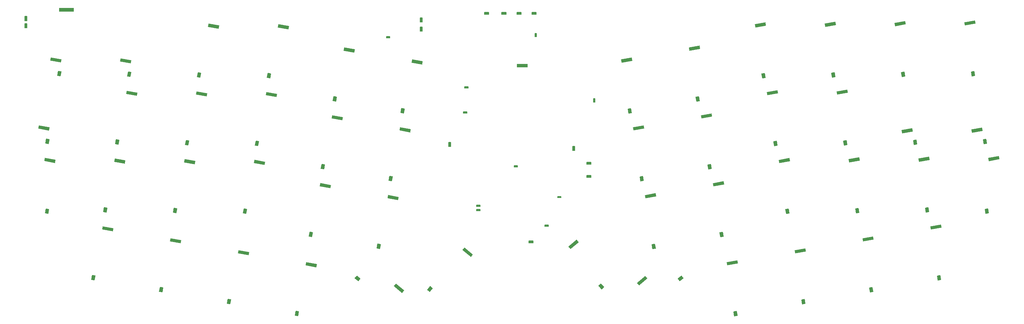
<source format=gbr>
G04 #@! TF.GenerationSoftware,KiCad,Pcbnew,(6.0.0-rc1-dev-1469-g932b9a334)*
G04 #@! TF.CreationDate,2019-08-07T07:36:24-07:00
G04 #@! TF.ProjectId,Laptreus-v2,4c617074-7265-4757-932d-76322e6b6963,rev?*
G04 #@! TF.SameCoordinates,Original*
G04 #@! TF.FileFunction,Glue,Top*
G04 #@! TF.FilePolarity,Positive*
%FSLAX46Y46*%
G04 Gerber Fmt 4.6, Leading zero omitted, Abs format (unit mm)*
G04 Created by KiCad (PCBNEW (6.0.0-rc1-dev-1469-g932b9a334)) date Wednesday, August 07, 2019 at 07:36:24 AM*
%MOMM*%
%LPD*%
G04 APERTURE LIST*
%ADD10C,0.100000*%
%ADD11C,0.150000*%
G04 APERTURE END LIST*
D10*
G04 #@! TO.C,SW11*
G36*
X126446142Y-87918060D02*
G01*
X126602425Y-87031733D01*
X123648002Y-86510789D01*
X123491718Y-87397116D01*
X126446142Y-87918060D01*
G37*
G04 #@! TO.C,J1*
G36*
X110662086Y-73556327D02*
G01*
X106662086Y-73556327D01*
X106662086Y-72556327D01*
X110662086Y-72556327D01*
X110662086Y-73556327D01*
G37*
G04 #@! TO.C,SW12*
G36*
X107123497Y-87690730D02*
G01*
X107279780Y-86804403D01*
X104325357Y-86283459D01*
X104169073Y-87169786D01*
X107123497Y-87690730D01*
G37*
G04 #@! TO.C,SW47*
G36*
X137459286Y-136315743D02*
G01*
X137303003Y-137202070D01*
X140257426Y-137723014D01*
X140413710Y-136836687D01*
X137459286Y-136315743D01*
G37*
G04 #@! TO.C,SW24*
G36*
X103826224Y-106497414D02*
G01*
X103982507Y-105611087D01*
X101028084Y-105090143D01*
X100871800Y-105976470D01*
X103826224Y-106497414D01*
G37*
G04 #@! TO.C,SW_RESET2*
G36*
X233211772Y-88094688D02*
G01*
X233211772Y-88994688D01*
X236211772Y-88994688D01*
X236211772Y-88094688D01*
X233211772Y-88094688D01*
G37*
G04 #@! TO.C,SW1*
G36*
X356910090Y-76552593D02*
G01*
X357066374Y-77438920D01*
X360020797Y-76917975D01*
X359864513Y-76031648D01*
X356910090Y-76552593D01*
G37*
G04 #@! TO.C,SW2*
G36*
X337598171Y-76733826D02*
G01*
X337754455Y-77620153D01*
X340708878Y-77099208D01*
X340552594Y-76212881D01*
X337598171Y-76733826D01*
G37*
G04 #@! TO.C,SW3*
G36*
X318286250Y-76915060D02*
G01*
X318442534Y-77801387D01*
X321396957Y-77280442D01*
X321240673Y-76394115D01*
X318286250Y-76915060D01*
G37*
G04 #@! TO.C,SW4*
G36*
X298974329Y-77096293D02*
G01*
X299130613Y-77982620D01*
X302085036Y-77461675D01*
X301928752Y-76575348D01*
X298974329Y-77096293D01*
G37*
G04 #@! TO.C,SW5*
G36*
X280765076Y-83531055D02*
G01*
X280921360Y-84417382D01*
X283875783Y-83896437D01*
X283719499Y-83010110D01*
X280765076Y-83531055D01*
G37*
G04 #@! TO.C,SW6*
G36*
X262004487Y-86839052D02*
G01*
X262160771Y-87725379D01*
X265115194Y-87204434D01*
X264958910Y-86318107D01*
X262004487Y-86839052D01*
G37*
G04 #@! TO.C,SW7*
G36*
X204216376Y-86831207D02*
G01*
X204060093Y-87717534D01*
X207014516Y-88238478D01*
X207170800Y-87352151D01*
X204216376Y-86831207D01*
G37*
G04 #@! TO.C,SW8*
G36*
X185455788Y-83523210D02*
G01*
X185299505Y-84409537D01*
X188253928Y-84930481D01*
X188410212Y-84044154D01*
X185455788Y-83523210D01*
G37*
G04 #@! TO.C,SW9*
G36*
X167246533Y-77088448D02*
G01*
X167090250Y-77974775D01*
X170044673Y-78495719D01*
X170200957Y-77609392D01*
X167246533Y-77088448D01*
G37*
G04 #@! TO.C,SW10*
G36*
X147934614Y-76907214D02*
G01*
X147778331Y-77793541D01*
X150732754Y-78314485D01*
X150889038Y-77428158D01*
X147934614Y-76907214D01*
G37*
G04 #@! TO.C,SW13*
G36*
X362000718Y-106574720D02*
G01*
X361844434Y-105688393D01*
X358890011Y-106209338D01*
X359046295Y-107095665D01*
X362000718Y-106574720D01*
G37*
G04 #@! TO.C,SW14*
G36*
X342688796Y-106755951D02*
G01*
X342532512Y-105869624D01*
X339578089Y-106390569D01*
X339734373Y-107276896D01*
X342688796Y-106755951D01*
G37*
G04 #@! TO.C,SW15*
G36*
X321594249Y-95675646D02*
G01*
X321750533Y-96561973D01*
X324704956Y-96041028D01*
X324548672Y-95154701D01*
X321594249Y-95675646D01*
G37*
G04 #@! TO.C,SW16*
G36*
X302282327Y-95856880D02*
G01*
X302438611Y-96743207D01*
X305393034Y-96222262D01*
X305236750Y-95335935D01*
X302282327Y-95856880D01*
G37*
G04 #@! TO.C,SW17*
G36*
X284073072Y-102291643D02*
G01*
X284229356Y-103177970D01*
X287183779Y-102657025D01*
X287027495Y-101770698D01*
X284073072Y-102291643D01*
G37*
G04 #@! TO.C,SW18*
G36*
X265312485Y-105599641D02*
G01*
X265468769Y-106485968D01*
X268423192Y-105965023D01*
X268266908Y-105078696D01*
X265312485Y-105599641D01*
G37*
G04 #@! TO.C,SW19*
G36*
X200908378Y-105591795D02*
G01*
X200752095Y-106478122D01*
X203706518Y-106999066D01*
X203862802Y-106112739D01*
X200908378Y-105591795D01*
G37*
G04 #@! TO.C,SW20*
G36*
X182147792Y-102283796D02*
G01*
X181991509Y-103170123D01*
X184945932Y-103691067D01*
X185102216Y-102804740D01*
X182147792Y-102283796D01*
G37*
G04 #@! TO.C,SW21*
G36*
X163938536Y-95849036D02*
G01*
X163782253Y-96735363D01*
X166736676Y-97256307D01*
X166892960Y-96369980D01*
X163938536Y-95849036D01*
G37*
G04 #@! TO.C,SW22*
G36*
X144626617Y-95667801D02*
G01*
X144470334Y-96554128D01*
X147424757Y-97075072D01*
X147581041Y-96188745D01*
X144626617Y-95667801D01*
G37*
G04 #@! TO.C,SW23*
G36*
X125314694Y-95486569D02*
G01*
X125158411Y-96372896D01*
X128112834Y-96893840D01*
X128269118Y-96007513D01*
X125314694Y-95486569D01*
G37*
G04 #@! TO.C,SW25*
G36*
X363526090Y-114073768D02*
G01*
X363682374Y-114960095D01*
X366636797Y-114439150D01*
X366480513Y-113552823D01*
X363526090Y-114073768D01*
G37*
G04 #@! TO.C,SW26*
G36*
X344214166Y-114255002D02*
G01*
X344370450Y-115141329D01*
X347324873Y-114620384D01*
X347168589Y-113734057D01*
X344214166Y-114255002D01*
G37*
G04 #@! TO.C,SW27*
G36*
X324902245Y-114436235D02*
G01*
X325058529Y-115322562D01*
X328012952Y-114801617D01*
X327856668Y-113915290D01*
X324902245Y-114436235D01*
G37*
G04 #@! TO.C,SW28*
G36*
X305590327Y-114617468D02*
G01*
X305746611Y-115503795D01*
X308701034Y-114982850D01*
X308544750Y-114096523D01*
X305590327Y-114617468D01*
G37*
G04 #@! TO.C,SW29*
G36*
X287381071Y-121052230D02*
G01*
X287537355Y-121938557D01*
X290491778Y-121417612D01*
X290335494Y-120531285D01*
X287381071Y-121052230D01*
G37*
G04 #@! TO.C,SW30*
G36*
X268620482Y-124360227D02*
G01*
X268776766Y-125246554D01*
X271731189Y-124725609D01*
X271574905Y-123839282D01*
X268620482Y-124360227D01*
G37*
G04 #@! TO.C,SW31*
G36*
X197600380Y-124352384D02*
G01*
X197444097Y-125238711D01*
X200398520Y-125759655D01*
X200554804Y-124873328D01*
X197600380Y-124352384D01*
G37*
G04 #@! TO.C,SW32*
G36*
X178839794Y-121044386D02*
G01*
X178683511Y-121930713D01*
X181637934Y-122451657D01*
X181794218Y-121565330D01*
X178839794Y-121044386D01*
G37*
G04 #@! TO.C,SW33*
G36*
X160630537Y-114609623D02*
G01*
X160474254Y-115495950D01*
X163428677Y-116016894D01*
X163584961Y-115130567D01*
X160630537Y-114609623D01*
G37*
G04 #@! TO.C,SW34*
G36*
X141318617Y-114428390D02*
G01*
X141162334Y-115314717D01*
X144116757Y-115835661D01*
X144273041Y-114949334D01*
X141318617Y-114428390D01*
G37*
G04 #@! TO.C,SW37*
G36*
X347522164Y-133015590D02*
G01*
X347678448Y-133901917D01*
X350632871Y-133380972D01*
X350476587Y-132494645D01*
X347522164Y-133015590D01*
G37*
G04 #@! TO.C,SW38*
G36*
X328761577Y-136323587D02*
G01*
X328917861Y-137209914D01*
X331872284Y-136688969D01*
X331716000Y-135802642D01*
X328761577Y-136323587D01*
G37*
G04 #@! TO.C,SW39*
G36*
X310000989Y-139631584D02*
G01*
X310157273Y-140517911D01*
X313111696Y-139996966D01*
X312955412Y-139110639D01*
X310000989Y-139631584D01*
G37*
G04 #@! TO.C,SW40*
G36*
X291240404Y-142939582D02*
G01*
X291396688Y-143825909D01*
X294351111Y-143304964D01*
X294194827Y-142418637D01*
X291240404Y-142939582D01*
G37*
G04 #@! TO.C,SW41*
G36*
X266424708Y-148702767D02*
G01*
X267003217Y-149392207D01*
X269301350Y-147463844D01*
X268722841Y-146774404D01*
X266424708Y-148702767D01*
G37*
G04 #@! TO.C,SW42*
G36*
X247424302Y-138637958D02*
G01*
X248002811Y-139327398D01*
X250300944Y-137399035D01*
X249722435Y-136709595D01*
X247424302Y-138637958D01*
G37*
G04 #@! TO.C,SW44*
G36*
X199752479Y-148829307D02*
G01*
X199173970Y-149518747D01*
X201472103Y-151447110D01*
X202050612Y-150757670D01*
X199752479Y-148829307D01*
G37*
G04 #@! TO.C,SW45*
G36*
X174980462Y-142931738D02*
G01*
X174824179Y-143818065D01*
X177778602Y-144339009D01*
X177934886Y-143452682D01*
X174980462Y-142931738D01*
G37*
G04 #@! TO.C,SW46*
G36*
X156219875Y-139623740D02*
G01*
X156063592Y-140510067D01*
X159018015Y-141031011D01*
X159174299Y-140144684D01*
X156219875Y-139623740D01*
G37*
G04 #@! TO.C,SW43*
G36*
X218752522Y-138862979D02*
G01*
X218174013Y-139552419D01*
X220472146Y-141480782D01*
X221050655Y-140791342D01*
X218752522Y-138862979D01*
G37*
G04 #@! TO.C,SW36*
G36*
X102694778Y-114065923D02*
G01*
X102538495Y-114952250D01*
X105492918Y-115473194D01*
X105649202Y-114586867D01*
X102694778Y-114065923D01*
G37*
G04 #@! TO.C,SW48*
G36*
X118698699Y-133007744D02*
G01*
X118542416Y-133894071D01*
X121496839Y-134415015D01*
X121653123Y-133528688D01*
X118698699Y-133007744D01*
G37*
G04 #@! TO.C,SW35*
G36*
X122006697Y-114247158D02*
G01*
X121850414Y-115133485D01*
X124804837Y-115654429D01*
X124961121Y-114768102D01*
X122006697Y-114247158D01*
G37*
D11*
G04 #@! TO.C,R13*
G36*
X230208295Y-73747334D02*
G01*
X230208295Y-74347334D01*
X229008295Y-74347334D01*
X229008295Y-73747334D01*
X230208295Y-73747334D01*
G37*
X230208295Y-73747334D02*
X230208295Y-74347334D01*
X229008295Y-74347334D01*
X229008295Y-73747334D01*
X230208295Y-73747334D01*
G04 #@! TO.C,R2*
G36*
X214936772Y-110919689D02*
G01*
X214336772Y-110919689D01*
X214336772Y-109719689D01*
X214936772Y-109719689D01*
X214936772Y-110919689D01*
G37*
X214936772Y-110919689D02*
X214336772Y-110919689D01*
X214336772Y-109719689D01*
X214936772Y-109719689D01*
X214936772Y-110919689D01*
G04 #@! TO.C,R7*
G36*
X237358293Y-74372332D02*
G01*
X237358293Y-73772332D01*
X238558293Y-73772332D01*
X238558293Y-74372332D01*
X237358293Y-74372332D01*
G37*
X237358293Y-74372332D02*
X237358293Y-73772332D01*
X238558293Y-73772332D01*
X238558293Y-74372332D01*
X237358293Y-74372332D01*
G04 #@! TO.C,R6*
G36*
X233208295Y-74347334D02*
G01*
X233208295Y-73747334D01*
X234408295Y-73747334D01*
X234408295Y-74347334D01*
X233208295Y-74347334D01*
G37*
X233208295Y-74347334D02*
X233208295Y-73747334D01*
X234408295Y-73747334D01*
X234408295Y-74347334D01*
X233208295Y-74347334D01*
G04 #@! TO.C,R5*
G36*
X253681592Y-118880891D02*
G01*
X253681592Y-119480891D01*
X252481592Y-119480891D01*
X252481592Y-118880891D01*
X253681592Y-118880891D01*
G37*
X253681592Y-118880891D02*
X253681592Y-119480891D01*
X252481592Y-119480891D01*
X252481592Y-118880891D01*
X253681592Y-118880891D01*
G04 #@! TO.C,R4*
G36*
X253681592Y-115230890D02*
G01*
X253681592Y-115830890D01*
X252481592Y-115830890D01*
X252481592Y-115230890D01*
X253681592Y-115230890D01*
G37*
X253681592Y-115230890D02*
X253681592Y-115830890D01*
X252481592Y-115830890D01*
X252481592Y-115230890D01*
X253681592Y-115230890D01*
G04 #@! TO.C,R3*
G36*
X248611772Y-110844689D02*
G01*
X249211772Y-110844689D01*
X249211772Y-112044689D01*
X248611772Y-112044689D01*
X248611772Y-110844689D01*
G37*
X248611772Y-110844689D02*
X249211772Y-110844689D01*
X249211772Y-112044689D01*
X248611772Y-112044689D01*
X248611772Y-110844689D01*
G04 #@! TO.C,R1*
G36*
X224261772Y-74369689D02*
G01*
X224261772Y-73769689D01*
X225461772Y-73769689D01*
X225461772Y-74369689D01*
X224261772Y-74369689D01*
G37*
X224261772Y-74369689D02*
X224261772Y-73769689D01*
X225461772Y-73769689D01*
X225461772Y-74369689D01*
X224261772Y-74369689D01*
G04 #@! TO.C,R8*
G36*
X207061772Y-76494689D02*
G01*
X206461772Y-76494689D01*
X206461772Y-75294689D01*
X207061772Y-75294689D01*
X207061772Y-76494689D01*
G37*
X207061772Y-76494689D02*
X206461772Y-76494689D01*
X206461772Y-75294689D01*
X207061772Y-75294689D01*
X207061772Y-76494689D01*
G04 #@! TO.C,R12*
G36*
X97111773Y-74894690D02*
G01*
X97711773Y-74894690D01*
X97711773Y-76094690D01*
X97111773Y-76094690D01*
X97111773Y-74894690D01*
G37*
X97111773Y-74894690D02*
X97711773Y-74894690D01*
X97711773Y-76094690D01*
X97111773Y-76094690D01*
X97111773Y-74894690D01*
G04 #@! TO.C,R11*
G36*
X97711772Y-78094688D02*
G01*
X97111772Y-78094688D01*
X97111772Y-76894688D01*
X97711772Y-76894688D01*
X97711772Y-78094688D01*
G37*
X97711772Y-78094688D02*
X97111772Y-78094688D01*
X97111772Y-76894688D01*
X97711772Y-76894688D01*
X97711772Y-78094688D01*
G04 #@! TO.C,R10*
G36*
X236476531Y-137612203D02*
G01*
X236476531Y-137012203D01*
X237676531Y-137012203D01*
X237676531Y-137612203D01*
X236476531Y-137612203D01*
G37*
X236476531Y-137612203D02*
X236476531Y-137012203D01*
X237676531Y-137012203D01*
X237676531Y-137612203D01*
X236476531Y-137612203D01*
G04 #@! TO.C,R9*
G36*
X206461772Y-77819689D02*
G01*
X207061772Y-77819689D01*
X207061772Y-79019689D01*
X206461772Y-79019689D01*
X206461772Y-77819689D01*
G37*
X206461772Y-77819689D02*
X207061772Y-77819689D01*
X207061772Y-79019689D01*
X206461772Y-79019689D01*
X206461772Y-77819689D01*
G04 #@! TO.C,C1*
G36*
X218761672Y-94319789D02*
G01*
X218761672Y-94719589D01*
X219761872Y-94719589D01*
X219761872Y-94319789D01*
X218761672Y-94319789D01*
G37*
X218761672Y-94319789D02*
X218761672Y-94719589D01*
X219761872Y-94719589D01*
X219761872Y-94319789D01*
X218761672Y-94319789D01*
G04 #@! TO.C,C3*
G36*
X218436672Y-101294789D02*
G01*
X218436672Y-101694589D01*
X219436872Y-101694589D01*
X219436872Y-101294789D01*
X218436672Y-101294789D01*
G37*
X218436672Y-101294789D02*
X218436672Y-101694589D01*
X219436872Y-101694589D01*
X219436872Y-101294789D01*
X218436672Y-101294789D01*
G04 #@! TO.C,C4*
G36*
X241936872Y-132994589D02*
G01*
X241936872Y-132594789D01*
X240936672Y-132594789D01*
X240936672Y-132994589D01*
X241936872Y-132994589D01*
G37*
X241936872Y-132994589D02*
X241936872Y-132594789D01*
X240936672Y-132594789D01*
X240936672Y-132994589D01*
X241936872Y-132994589D01*
G04 #@! TO.C,C20*
G36*
X198111872Y-80869589D02*
G01*
X198111872Y-80469789D01*
X197111672Y-80469789D01*
X197111672Y-80869589D01*
X198111872Y-80869589D01*
G37*
X198111872Y-80869589D02*
X198111872Y-80469789D01*
X197111672Y-80469789D01*
X197111672Y-80869589D01*
X198111872Y-80869589D01*
G04 #@! TO.C,C6*
G36*
X245436872Y-125103589D02*
G01*
X245436872Y-124703789D01*
X244436672Y-124703789D01*
X244436672Y-125103589D01*
X245436872Y-125103589D01*
G37*
X245436872Y-125103589D02*
X245436872Y-124703789D01*
X244436672Y-124703789D01*
X244436672Y-125103589D01*
X245436872Y-125103589D01*
G04 #@! TO.C,C5*
G36*
X254361872Y-98644789D02*
G01*
X254761672Y-98644789D01*
X254761672Y-97644589D01*
X254361872Y-97644589D01*
X254361872Y-98644789D01*
G37*
X254361872Y-98644789D02*
X254761672Y-98644789D01*
X254761672Y-97644589D01*
X254361872Y-97644589D01*
X254361872Y-98644789D01*
G04 #@! TO.C,C2*
G36*
X238236872Y-80569789D02*
G01*
X238636672Y-80569789D01*
X238636672Y-79569589D01*
X238236872Y-79569589D01*
X238236872Y-80569789D01*
G37*
X238236872Y-80569789D02*
X238636672Y-80569789D01*
X238636672Y-79569589D01*
X238236872Y-79569589D01*
X238236872Y-80569789D01*
G04 #@! TO.C,C7*
G36*
X233411872Y-116594588D02*
G01*
X233411872Y-116194788D01*
X232411672Y-116194788D01*
X232411672Y-116594588D01*
X233411872Y-116594588D01*
G37*
X233411872Y-116594588D02*
X233411872Y-116194788D01*
X232411672Y-116194788D01*
X232411672Y-116594588D01*
X233411872Y-116594588D01*
G04 #@! TO.C,D42*
G36*
X257227561Y-149816439D02*
G01*
X256416853Y-148931707D01*
X255827031Y-149472179D01*
X256637739Y-150356911D01*
X257227561Y-149816439D01*
G37*
X257227561Y-149816439D02*
X256416853Y-148931707D01*
X255827031Y-149472179D01*
X256637739Y-150356911D01*
X257227561Y-149816439D01*
G04 #@! TO.C,D9*
G36*
X164931827Y-91943433D02*
G01*
X165140205Y-90761664D01*
X164352359Y-90622745D01*
X164143981Y-91804514D01*
X164931827Y-91943433D01*
G37*
X164931827Y-91943433D02*
X165140205Y-90761664D01*
X164352359Y-90622745D01*
X164143981Y-91804514D01*
X164931827Y-91943433D01*
G04 #@! TO.C,D36*
G36*
X103580695Y-129485265D02*
G01*
X103789073Y-128303496D01*
X103001227Y-128164577D01*
X102792849Y-129346346D01*
X103580695Y-129485265D01*
G37*
X103580695Y-129485265D02*
X103789073Y-128303496D01*
X103001227Y-128164577D01*
X102792849Y-129346346D01*
X103580695Y-129485265D01*
G04 #@! TO.C,D25*
G36*
X363624977Y-129319462D02*
G01*
X363416599Y-128137693D01*
X362628753Y-128276612D01*
X362837131Y-129458381D01*
X363624977Y-129319462D01*
G37*
X363624977Y-129319462D02*
X363416599Y-128137693D01*
X362628753Y-128276612D01*
X362837131Y-129458381D01*
X363624977Y-129319462D01*
G04 #@! TO.C,D24*
G36*
X103688069Y-110160321D02*
G01*
X103896447Y-108978552D01*
X103108601Y-108839633D01*
X102900223Y-110021402D01*
X103688069Y-110160321D01*
G37*
X103688069Y-110160321D02*
X103896447Y-108978552D01*
X103108601Y-108839633D01*
X102900223Y-110021402D01*
X103688069Y-110160321D01*
G04 #@! TO.C,D13*
G36*
X363123681Y-110063977D02*
G01*
X362915303Y-108882208D01*
X362127457Y-109021127D01*
X362335835Y-110202896D01*
X363123681Y-110063977D01*
G37*
X363123681Y-110063977D02*
X362915303Y-108882208D01*
X362127457Y-109021127D01*
X362335835Y-110202896D01*
X363123681Y-110063977D01*
G04 #@! TO.C,D12*
G36*
X106996065Y-91399733D02*
G01*
X107204443Y-90217964D01*
X106416597Y-90079045D01*
X106208219Y-91260814D01*
X106996065Y-91399733D01*
G37*
X106996065Y-91399733D02*
X107204443Y-90217964D01*
X106416597Y-90079045D01*
X106208219Y-91260814D01*
X106996065Y-91399733D01*
G04 #@! TO.C,D1*
G36*
X359815685Y-91303389D02*
G01*
X359607307Y-90121620D01*
X358819461Y-90260539D01*
X359027839Y-91442308D01*
X359815685Y-91303389D01*
G37*
X359815685Y-91303389D02*
X359607307Y-90121620D01*
X358819461Y-90260539D01*
X359027839Y-91442308D01*
X359815685Y-91303389D01*
G04 #@! TO.C,D48*
G36*
X116383995Y-147862730D02*
G01*
X116592373Y-146680961D01*
X115804527Y-146542042D01*
X115596149Y-147723811D01*
X116383995Y-147862730D01*
G37*
X116383995Y-147862730D02*
X116592373Y-146680961D01*
X115804527Y-146542042D01*
X115596149Y-147723811D01*
X116383995Y-147862730D01*
G04 #@! TO.C,D18*
G36*
X268218076Y-120350437D02*
G01*
X268009698Y-119168668D01*
X267221852Y-119307587D01*
X267430230Y-120489356D01*
X268218076Y-120350437D01*
G37*
X268218076Y-120350437D02*
X268009698Y-119168668D01*
X267221852Y-119307587D01*
X267430230Y-120489356D01*
X268218076Y-120350437D01*
G04 #@! TO.C,D17*
G36*
X286978665Y-117042440D02*
G01*
X286770287Y-115860671D01*
X285982441Y-115999590D01*
X286190819Y-117181359D01*
X286978665Y-117042440D01*
G37*
X286978665Y-117042440D02*
X286770287Y-115860671D01*
X285982441Y-115999590D01*
X286190819Y-117181359D01*
X286978665Y-117042440D01*
G04 #@! TO.C,D43*
G36*
X209050285Y-151067453D02*
G01*
X209860993Y-150182721D01*
X209271171Y-149642249D01*
X208460463Y-150526981D01*
X209050285Y-151067453D01*
G37*
X209050285Y-151067453D02*
X209860993Y-150182721D01*
X209271171Y-149642249D01*
X208460463Y-150526981D01*
X209050285Y-151067453D01*
G04 #@! TO.C,D35*
G36*
X119691991Y-129102143D02*
G01*
X119900369Y-127920374D01*
X119112523Y-127781455D01*
X118904145Y-128963224D01*
X119691991Y-129102143D01*
G37*
X119691991Y-129102143D02*
X119900369Y-127920374D01*
X119112523Y-127781455D01*
X118904145Y-128963224D01*
X119691991Y-129102143D01*
G04 #@! TO.C,D23*
G36*
X122999989Y-110341553D02*
G01*
X123208367Y-109159784D01*
X122420521Y-109020865D01*
X122212143Y-110202634D01*
X122999989Y-110341553D01*
G37*
X122999989Y-110341553D02*
X123208367Y-109159784D01*
X122420521Y-109020865D01*
X122212143Y-110202634D01*
X122999989Y-110341553D01*
G04 #@! TO.C,D10*
G36*
X145619907Y-91762200D02*
G01*
X145828285Y-90580431D01*
X145040439Y-90441512D01*
X144832061Y-91623281D01*
X145619907Y-91762200D01*
G37*
X145619907Y-91762200D02*
X145828285Y-90580431D01*
X145040439Y-90441512D01*
X144832061Y-91623281D01*
X145619907Y-91762200D01*
G04 #@! TO.C,D40*
G36*
X294145993Y-157690379D02*
G01*
X293937615Y-156508610D01*
X293149769Y-156647529D01*
X293358147Y-157829298D01*
X294145993Y-157690379D01*
G37*
X294145993Y-157690379D02*
X293937615Y-156508610D01*
X293149769Y-156647529D01*
X293358147Y-157829298D01*
X294145993Y-157690379D01*
G04 #@! TO.C,D38*
G36*
X331667168Y-151074384D02*
G01*
X331458790Y-149892615D01*
X330670944Y-150031534D01*
X330879322Y-151213303D01*
X331667168Y-151074384D01*
G37*
X331667168Y-151074384D02*
X331458790Y-149892615D01*
X330670944Y-150031534D01*
X330879322Y-151213303D01*
X331667168Y-151074384D01*
G04 #@! TO.C,D37*
G36*
X350427757Y-147766386D02*
G01*
X350219379Y-146584617D01*
X349431533Y-146723536D01*
X349639911Y-147905305D01*
X350427757Y-147766386D01*
G37*
X350427757Y-147766386D02*
X350219379Y-146584617D01*
X349431533Y-146723536D01*
X349639911Y-147905305D01*
X350427757Y-147766386D01*
G04 #@! TO.C,D34*
G36*
X139003911Y-129283375D02*
G01*
X139212289Y-128101606D01*
X138424443Y-127962687D01*
X138216065Y-129144456D01*
X139003911Y-129283375D01*
G37*
X139003911Y-129283375D02*
X139212289Y-128101606D01*
X138424443Y-127962687D01*
X138216065Y-129144456D01*
X139003911Y-129283375D01*
G04 #@! TO.C,D31*
G36*
X195285675Y-139207369D02*
G01*
X195494053Y-138025600D01*
X194706207Y-137886681D01*
X194497829Y-139068450D01*
X195285675Y-139207369D01*
G37*
X195285675Y-139207369D02*
X195494053Y-138025600D01*
X194706207Y-137886681D01*
X194497829Y-139068450D01*
X195285675Y-139207369D01*
G04 #@! TO.C,D30*
G36*
X271526075Y-139111025D02*
G01*
X271317697Y-137929256D01*
X270529851Y-138068175D01*
X270738229Y-139249944D01*
X271526075Y-139111025D01*
G37*
X271526075Y-139111025D02*
X271317697Y-137929256D01*
X270529851Y-138068175D01*
X270738229Y-139249944D01*
X271526075Y-139111025D01*
G04 #@! TO.C,D29*
G36*
X290286663Y-135803026D02*
G01*
X290078285Y-134621257D01*
X289290439Y-134760176D01*
X289498817Y-135941945D01*
X290286663Y-135803026D01*
G37*
X290286663Y-135803026D02*
X290078285Y-134621257D01*
X289290439Y-134760176D01*
X289498817Y-135941945D01*
X290286663Y-135803026D01*
G04 #@! TO.C,D27*
G36*
X327807839Y-129187033D02*
G01*
X327599461Y-128005264D01*
X326811615Y-128144183D01*
X327019993Y-129325952D01*
X327807839Y-129187033D01*
G37*
X327807839Y-129187033D02*
X327599461Y-128005264D01*
X326811615Y-128144183D01*
X327019993Y-129325952D01*
X327807839Y-129187033D01*
G04 #@! TO.C,D26*
G36*
X347119760Y-129005798D02*
G01*
X346911382Y-127824029D01*
X346123536Y-127962948D01*
X346331914Y-129144717D01*
X347119760Y-129005798D01*
G37*
X347119760Y-129005798D02*
X346911382Y-127824029D01*
X346123536Y-127962948D01*
X346331914Y-129144717D01*
X347119760Y-129005798D01*
G04 #@! TO.C,D21*
G36*
X161623830Y-110704021D02*
G01*
X161832208Y-109522252D01*
X161044362Y-109383333D01*
X160835984Y-110565102D01*
X161623830Y-110704021D01*
G37*
X161623830Y-110704021D02*
X161832208Y-109522252D01*
X161044362Y-109383333D01*
X160835984Y-110565102D01*
X161623830Y-110704021D01*
G04 #@! TO.C,D16*
G36*
X305187919Y-110607676D02*
G01*
X304979541Y-109425907D01*
X304191695Y-109564826D01*
X304400073Y-110746595D01*
X305187919Y-110607676D01*
G37*
X305187919Y-110607676D02*
X304979541Y-109425907D01*
X304191695Y-109564826D01*
X304400073Y-110746595D01*
X305187919Y-110607676D01*
G04 #@! TO.C,D15*
G36*
X324499840Y-110426444D02*
G01*
X324291462Y-109244675D01*
X323503616Y-109383594D01*
X323711994Y-110565363D01*
X324499840Y-110426444D01*
G37*
X324499840Y-110426444D02*
X324291462Y-109244675D01*
X323503616Y-109383594D01*
X323711994Y-110565363D01*
X324499840Y-110426444D01*
G04 #@! TO.C,D11*
G36*
X126307986Y-91580968D02*
G01*
X126516364Y-90399199D01*
X125728518Y-90260280D01*
X125520140Y-91442049D01*
X126307986Y-91580968D01*
G37*
X126307986Y-91580968D02*
X126516364Y-90399199D01*
X125728518Y-90260280D01*
X125520140Y-91442049D01*
X126307986Y-91580968D01*
G04 #@! TO.C,D8*
G36*
X183141082Y-98378195D02*
G01*
X183349460Y-97196426D01*
X182561614Y-97057507D01*
X182353236Y-98239276D01*
X183141082Y-98378195D01*
G37*
X183141082Y-98378195D02*
X183349460Y-97196426D01*
X182561614Y-97057507D01*
X182353236Y-98239276D01*
X183141082Y-98378195D01*
G04 #@! TO.C,D5*
G36*
X283670667Y-98281852D02*
G01*
X283462289Y-97100083D01*
X282674443Y-97239002D01*
X282882821Y-98420771D01*
X283670667Y-98281852D01*
G37*
X283670667Y-98281852D02*
X283462289Y-97100083D01*
X282674443Y-97239002D01*
X282882821Y-98420771D01*
X283670667Y-98281852D01*
G04 #@! TO.C,D4*
G36*
X301879921Y-91847088D02*
G01*
X301671543Y-90665319D01*
X300883697Y-90804238D01*
X301092075Y-91986007D01*
X301879921Y-91847088D01*
G37*
X301879921Y-91847088D02*
X301671543Y-90665319D01*
X300883697Y-90804238D01*
X301092075Y-91986007D01*
X301879921Y-91847088D01*
G04 #@! TO.C,D7*
G36*
X201901671Y-101686194D02*
G01*
X202110049Y-100504425D01*
X201322203Y-100365506D01*
X201113825Y-101547275D01*
X201901671Y-101686194D01*
G37*
X201901671Y-101686194D02*
X202110049Y-100504425D01*
X201322203Y-100365506D01*
X201113825Y-101547275D01*
X201901671Y-101686194D01*
G04 #@! TO.C,D47*
G36*
X135144581Y-151170728D02*
G01*
X135352959Y-149988959D01*
X134565113Y-149850040D01*
X134356735Y-151031809D01*
X135144581Y-151170728D01*
G37*
X135144581Y-151170728D02*
X135352959Y-149988959D01*
X134565113Y-149850040D01*
X134356735Y-151031809D01*
X135144581Y-151170728D01*
G04 #@! TO.C,D46*
G36*
X153905168Y-154478725D02*
G01*
X154113546Y-153296956D01*
X153325700Y-153158037D01*
X153117322Y-154339806D01*
X153905168Y-154478725D01*
G37*
X153905168Y-154478725D02*
X154113546Y-153296956D01*
X153325700Y-153158037D01*
X153117322Y-154339806D01*
X153905168Y-154478725D01*
G04 #@! TO.C,D45*
G36*
X172665756Y-157786724D02*
G01*
X172874134Y-156604955D01*
X172086288Y-156466036D01*
X171877910Y-157647805D01*
X172665756Y-157786724D01*
G37*
X172665756Y-157786724D02*
X172874134Y-156604955D01*
X172086288Y-156466036D01*
X171877910Y-157647805D01*
X172665756Y-157786724D01*
G04 #@! TO.C,D44*
G36*
X189893272Y-147491458D02*
G01*
X188974018Y-146720113D01*
X188459788Y-147332948D01*
X189379042Y-148104293D01*
X189893272Y-147491458D01*
G37*
X189893272Y-147491458D02*
X188974018Y-146720113D01*
X188459788Y-147332948D01*
X189379042Y-148104293D01*
X189893272Y-147491458D01*
G04 #@! TO.C,D41*
G36*
X278268392Y-148091833D02*
G01*
X279187646Y-147320488D01*
X278673416Y-146707653D01*
X277754162Y-147478998D01*
X278268392Y-148091833D01*
G37*
X278268392Y-148091833D02*
X279187646Y-147320488D01*
X278673416Y-146707653D01*
X277754162Y-147478998D01*
X278268392Y-148091833D01*
G04 #@! TO.C,D39*
G36*
X312906581Y-154382381D02*
G01*
X312698203Y-153200612D01*
X311910357Y-153339531D01*
X312118735Y-154521300D01*
X312906581Y-154382381D01*
G37*
X312906581Y-154382381D02*
X312698203Y-153200612D01*
X311910357Y-153339531D01*
X312118735Y-154521300D01*
X312906581Y-154382381D01*
G04 #@! TO.C,D33*
G36*
X158315832Y-129464608D02*
G01*
X158524210Y-128282839D01*
X157736364Y-128143920D01*
X157527986Y-129325689D01*
X158315832Y-129464608D01*
G37*
X158315832Y-129464608D02*
X158524210Y-128282839D01*
X157736364Y-128143920D01*
X157527986Y-129325689D01*
X158315832Y-129464608D01*
G04 #@! TO.C,D32*
G36*
X176525088Y-135899371D02*
G01*
X176733466Y-134717602D01*
X175945620Y-134578683D01*
X175737242Y-135760452D01*
X176525088Y-135899371D01*
G37*
X176525088Y-135899371D02*
X176733466Y-134717602D01*
X175945620Y-134578683D01*
X175737242Y-135760452D01*
X176525088Y-135899371D01*
G04 #@! TO.C,D28*
G36*
X308495917Y-129368265D02*
G01*
X308287539Y-128186496D01*
X307499693Y-128325415D01*
X307708071Y-129507184D01*
X308495917Y-129368265D01*
G37*
X308495917Y-129368265D02*
X308287539Y-128186496D01*
X307499693Y-128325415D01*
X307708071Y-129507184D01*
X308495917Y-129368265D01*
G04 #@! TO.C,D22*
G36*
X142311910Y-110522788D02*
G01*
X142520288Y-109341019D01*
X141732442Y-109202100D01*
X141524064Y-110383869D01*
X142311910Y-110522788D01*
G37*
X142311910Y-110522788D02*
X142520288Y-109341019D01*
X141732442Y-109202100D01*
X141524064Y-110383869D01*
X142311910Y-110522788D01*
G04 #@! TO.C,D20*
G36*
X179833085Y-117138783D02*
G01*
X180041463Y-115957014D01*
X179253617Y-115818095D01*
X179045239Y-116999864D01*
X179833085Y-117138783D01*
G37*
X179833085Y-117138783D02*
X180041463Y-115957014D01*
X179253617Y-115818095D01*
X179045239Y-116999864D01*
X179833085Y-117138783D01*
G04 #@! TO.C,D19*
G36*
X198593673Y-120446783D02*
G01*
X198802051Y-119265014D01*
X198014205Y-119126095D01*
X197805827Y-120307864D01*
X198593673Y-120446783D01*
G37*
X198593673Y-120446783D02*
X198802051Y-119265014D01*
X198014205Y-119126095D01*
X197805827Y-120307864D01*
X198593673Y-120446783D01*
G04 #@! TO.C,D14*
G36*
X343811761Y-110245211D02*
G01*
X343603383Y-109063442D01*
X342815537Y-109202361D01*
X343023915Y-110384130D01*
X343811761Y-110245211D01*
G37*
X343811761Y-110245211D02*
X343603383Y-109063442D01*
X342815537Y-109202361D01*
X343023915Y-110384130D01*
X343811761Y-110245211D01*
G04 #@! TO.C,D6*
G36*
X264910080Y-101589851D02*
G01*
X264701702Y-100408082D01*
X263913856Y-100547001D01*
X264122234Y-101728770D01*
X264910080Y-101589851D01*
G37*
X264910080Y-101589851D02*
X264701702Y-100408082D01*
X263913856Y-100547001D01*
X264122234Y-101728770D01*
X264910080Y-101589851D01*
G04 #@! TO.C,D3*
G36*
X321191843Y-91665855D02*
G01*
X320983465Y-90484086D01*
X320195619Y-90623005D01*
X320403997Y-91804774D01*
X321191843Y-91665855D01*
G37*
X321191843Y-91665855D02*
X320983465Y-90484086D01*
X320195619Y-90623005D01*
X320403997Y-91804774D01*
X321191843Y-91665855D01*
G04 #@! TO.C,D2*
G36*
X340503762Y-91484622D02*
G01*
X340295384Y-90302853D01*
X339507538Y-90441772D01*
X339715916Y-91623541D01*
X340503762Y-91484622D01*
G37*
X340503762Y-91484622D02*
X340295384Y-90302853D01*
X339507538Y-90441772D01*
X339715916Y-91623541D01*
X340503762Y-91484622D01*
G04 #@! TO.C,Y1*
G36*
X222011772Y-127519689D02*
G01*
X222011772Y-127119689D01*
X223011772Y-127119689D01*
X223011772Y-127519689D01*
X222011772Y-127519689D01*
G37*
X222011772Y-127519689D02*
X222011772Y-127119689D01*
X223011772Y-127119689D01*
X223011772Y-127519689D01*
X222011772Y-127519689D01*
G36*
X222011772Y-128719689D02*
G01*
X222011772Y-128319689D01*
X223011772Y-128319689D01*
X223011772Y-128719689D01*
X222011772Y-128719689D01*
G37*
X222011772Y-128719689D02*
X222011772Y-128319689D01*
X223011772Y-128319689D01*
X223011772Y-128719689D01*
X222011772Y-128719689D01*
G04 #@! TD*
M02*

</source>
